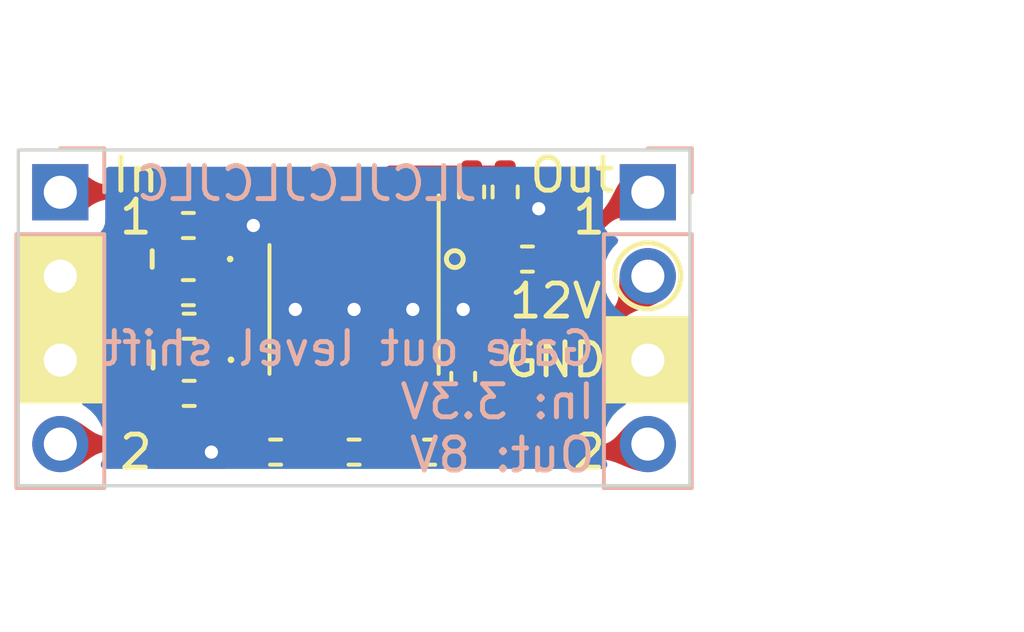
<source format=kicad_pcb>
(kicad_pcb (version 20221018) (generator pcbnew)
  (title_block (title "Gate output level shifter for Eurorack") (date "2022-03-02") (rev "A"))
  (layers (0 "F.Cu" signal) (31 "B.Cu" signal) (34 "B.Paste" user) (35 "F.Paste" user) (36 "B.SilkS" user "B.Silkscreen") (37 "F.SilkS" user "F.Silkscreen") (38 "B.Mask" user) (39 "F.Mask" user) (44 "Edge.Cuts" user))
  (net 0 "")
  (net 1 "+12V")
  (net 2 "GND")
  (net 3 "Net-(D1-Pad1)")
  (net 4 "/in1")
  (net 5 "Net-(D2-Pad1)")
  (net 6 "/in2")
  (net 7 "Net-(R3-Pad2)")
  (net 8 "Net-(R4-Pad2)")
  (net 9 "Net-(R5-Pad2)")
  (net 10 "Net-(R6-Pad2)")
  (net 11 "Net-(R7-Pad2)")
  (net 12 "Net-(R10-Pad1)")
  (net 13 "/out1")
  (net 14 "/out2")
  (footprint "Resistor_SMD:R_0402_1005Metric_Pad0.72x0.64mm_HandSolder" (layer "F.Cu") (at 106.7695 83.566)
    (fp_text reference "R6" hide)
    (fp_text value "10k")
    (fp_line (start -0.167621 -0.38) (end 0.167621 -0.38) (stroke (width 0.12)) (layer "F.SilkS"))
    (fp_line (start -0.167621 0.38) (end 0.167621 0.38) (stroke (width 0.12)) (layer "F.SilkS"))
    (pad "1" smd roundrect (at -0.5975 0) (size 0.715 0.64) (layers "F.Cu" "F.Paste" "F.Mask") (net 6 "/in2"))
    (pad "2" smd roundrect (at 0.5975 0) (size 0.715 0.64) (layers "F.Cu" "F.Paste" "F.Mask") (net 10 "Net-(R6-Pad2)"))
  )
  (footprint "Package_SO:SOIC-8_3.9x4.9mm_P1.27mm" (layer "F.Cu") (at 111.76 81.026 -90)
    (fp_text reference "U1" hide)
    (fp_text value "LM358")
    (fp_line (start 0 -2.56) (end -3.45 -2.56) (stroke (width 0.12)) (layer "F.SilkS"))
    (fp_line (start 0 -2.56) (end 1.95 -2.56) (stroke (width 0.12)) (layer "F.SilkS"))
    (fp_line (start 0 2.56) (end -1.95 2.56) (stroke (width 0.12)) (layer "F.SilkS"))
    (fp_line (start 0 2.56) (end 1.95 2.56) (stroke (width 0.12)) (layer "F.SilkS"))
    (pad "1" smd roundrect (at -2.475 -1.905 270) (size 1.95 0.6) (layers "F.Cu" "F.Paste" "F.Mask") (net 11 "Net-(R7-Pad2)"))
    (pad "2" smd roundrect (at -2.475 -0.635 270) (size 1.95 0.6) (layers "F.Cu" "F.Paste" "F.Mask") (net 7 "Net-(R3-Pad2)"))
    (pad "3" smd roundrect (at -2.475 0.635 270) (size 1.95 0.6) (layers "F.Cu" "F.Paste" "F.Mask") (net 8 "Net-(R4-Pad2)"))
    (pad "4" smd roundrect (at -2.475 1.905 270) (size 1.95 0.6) (layers "F.Cu" "F.Paste" "F.Mask") (net 2 "GND"))
    (pad "5" smd roundrect (at 2.475 1.905 270) (size 1.95 0.6) (layers "F.Cu" "F.Paste" "F.Mask") (net 10 "Net-(R6-Pad2)"))
    (pad "6" smd roundrect (at 2.475 0.635 270) (size 1.95 0.6) (layers "F.Cu" "F.Paste" "F.Mask") (net 9 "Net-(R5-Pad2)"))
    (pad "7" smd roundrect (at 2.475 -0.635 270) (size 1.95 0.6) (layers "F.Cu" "F.Paste" "F.Mask") (net 12 "Net-(R10-Pad1)"))
    (pad "8" smd roundrect (at 2.475 -1.905 270) (size 1.95 0.6) (layers "F.Cu" "F.Paste" "F.Mask") (net 1 "+12V"))
  )
  (footprint "Resistor_SMD:R_0402_1005Metric_Pad0.72x0.64mm_HandSolder" (layer "F.Cu") (at 109.3845 85.344)
    (fp_text reference "R5" hide)
    (fp_text value "39k")
    (fp_line (start -0.167621 -0.38) (end 0.167621 -0.38) (stroke (width 0.12)) (layer "F.SilkS"))
    (fp_line (start -0.167621 0.38) (end 0.167621 0.38) (stroke (width 0.12)) (layer "F.SilkS"))
    (pad "1" smd roundrect (at -0.5975 0) (size 0.715 0.64) (layers "F.Cu" "F.Paste" "F.Mask") (net 2 "GND"))
    (pad "2" smd roundrect (at 0.5975 0) (size 0.715 0.64) (layers "F.Cu" "F.Paste" "F.Mask") (net 9 "Net-(R5-Pad2)"))
  )
  (footprint "Resistor_SMD:R_0402_1005Metric_Pad0.72x0.64mm_HandSolder" (layer "F.Cu") (at 115.316 77.47 -90)
    (fp_text reference "R7" hide)
    (fp_text value "56k")
    (fp_line (start -0.167621 -0.38) (end 0.167621 -0.38) (stroke (width 0.12)) (layer "F.SilkS"))
    (fp_line (start -0.167621 0.38) (end 0.167621 0.38) (stroke (width 0.12)) (layer "F.SilkS"))
    (pad "1" smd roundrect (at -0.5975 0 270) (size 0.715 0.64) (layers "F.Cu" "F.Paste" "F.Mask") (net 7 "Net-(R3-Pad2)"))
    (pad "2" smd roundrect (at 0.5975 0 270) (size 0.715 0.64) (layers "F.Cu" "F.Paste" "F.Mask") (net 11 "Net-(R7-Pad2)"))
  )
  (footprint "LED_SMD:LED_0402_1005Metric_Pad0.77x0.64mm_HandSolder" (layer "F.Cu") (at 106.7445 79.502 180)
    (fp_text reference "D1" hide)
    (fp_text value "LED")
    (fp_circle (center -1.265 0) (end -1.215 0) (stroke (width 0.1)) (fill none) (layer "F.SilkS"))
    (pad "1" smd roundrect (at -0.5725 0 180) (size 0.765 0.64) (layers "F.Cu" "F.Paste" "F.Mask") (net 3 "Net-(D1-Pad1)"))
    (pad "2" smd roundrect (at 0.5725 0 180) (size 0.765 0.64) (layers "F.Cu" "F.Paste" "F.Mask") (net 4 "/in1"))
  )
  (footprint "Resistor_SMD:R_0402_1005Metric_Pad0.72x0.64mm_HandSolder" (layer "F.Cu") (at 111.76 85.344)
    (fp_text reference "R8" hide)
    (fp_text value "56k")
    (fp_line (start -0.167621 -0.38) (end 0.167621 -0.38) (stroke (width 0.12)) (layer "F.SilkS"))
    (fp_line (start -0.167621 0.38) (end 0.167621 0.38) (stroke (width 0.12)) (layer "F.SilkS"))
    (pad "1" smd roundrect (at -0.5975 0) (size 0.715 0.64) (layers "F.Cu" "F.Paste" "F.Mask") (net 9 "Net-(R5-Pad2)"))
    (pad "2" smd roundrect (at 0.5975 0) (size 0.715 0.64) (layers "F.Cu" "F.Paste" "F.Mask") (net 12 "Net-(R10-Pad1)"))
  )
  (footprint "LED_SMD:LED_0402_1005Metric_Pad0.77x0.64mm_HandSolder" (layer "F.Cu") (at 106.7695 82.55 180)
    (fp_text reference "D2" hide)
    (fp_text value "LED")
    (fp_circle (center -1.265 0) (end -1.215 0) (stroke (width 0.1)) (fill none) (layer "F.SilkS"))
    (pad "1" smd roundrect (at -0.5725 0 180) (size 0.765 0.64) (layers "F.Cu" "F.Paste" "F.Mask") (net 5 "Net-(D2-Pad1)"))
    (pad "2" smd roundrect (at 0.5725 0 180) (size 0.765 0.64) (layers "F.Cu" "F.Paste" "F.Mask") (net 6 "/in2"))
  )
  (footprint "Resistor_SMD:R_0402_1005Metric_Pad0.72x0.64mm_HandSolder" (layer "F.Cu") (at 117.0045 79.502)
    (fp_text reference "R9" hide)
    (fp_text value "1k")
    (fp_line (start -0.167621 -0.38) (end 0.167621 -0.38) (stroke (width 0.12)) (layer "F.SilkS"))
    (fp_line (start -0.167621 0.38) (end 0.167621 0.38) (stroke (width 0.12)) (layer "F.SilkS"))
    (pad "1" smd roundrect (at -0.5975 0) (size 0.715 0.64) (layers "F.Cu" "F.Paste" "F.Mask") (net 11 "Net-(R7-Pad2)"))
    (pad "2" smd roundrect (at 0.5975 0) (size 0.715 0.64) (layers "F.Cu" "F.Paste" "F.Mask") (net 13 "/out1"))
  )
  (footprint "Resistor_SMD:R_0402_1005Metric_Pad0.72x0.64mm_HandSolder" (layer "F.Cu") (at 116.332 77.47 90)
    (fp_text reference "R3" hide)
    (fp_text value "39k")
    (fp_line (start -0.167621 -0.38) (end 0.167621 -0.38) (stroke (width 0.12)) (layer "F.SilkS"))
    (fp_line (start -0.167621 0.38) (end 0.167621 0.38) (stroke (width 0.12)) (layer "F.SilkS"))
    (pad "1" smd roundrect (at -0.5975 0 90) (size 0.715 0.64) (layers "F.Cu" "F.Paste" "F.Mask") (net 2 "GND"))
    (pad "2" smd roundrect (at 0.5975 0 90) (size 0.715 0.64) (layers "F.Cu" "F.Paste" "F.Mask") (net 7 "Net-(R3-Pad2)"))
  )
  (footprint "Capacitor_SMD:C_0402_1005Metric_Pad0.74x0.62mm_HandSolder" (layer "F.Cu") (at 115.062 83.058 90)
    (fp_text reference "C1" hide)
    (fp_text value "0.1u")
    (fp_line (start -0.115835 -0.36) (end 0.115835 -0.36) (stroke (width 0.12)) (layer "F.SilkS"))
    (fp_line (start -0.115835 0.36) (end 0.115835 0.36) (stroke (width 0.12)) (layer "F.SilkS"))
    (pad "1" smd roundrect (at -0.5675 0 90) (size 0.735 0.62) (layers "F.Cu" "F.Paste" "F.Mask") (net 1 "+12V"))
    (pad "2" smd roundrect (at 0.5675 0 90) (size 0.735 0.62) (layers "F.Cu" "F.Paste" "F.Mask") (net 2 "GND"))
  )
  (footprint "Resistor_SMD:R_0402_1005Metric_Pad0.72x0.64mm_HandSolder" (layer "F.Cu") (at 106.7445 80.518)
    (fp_text reference "R1" hide)
    (fp_text value "1k")
    (fp_line (start -0.167621 -0.38) (end 0.167621 -0.38) (stroke (width 0.12)) (layer "F.SilkS"))
    (fp_line (start -0.167621 0.38) (end 0.167621 0.38) (stroke (width 0.12)) (layer "F.SilkS"))
    (pad "1" smd roundrect (at -0.5975 0) (size 0.715 0.64) (layers "F.Cu" "F.Paste" "F.Mask") (net 2 "GND"))
    (pad "2" smd roundrect (at 0.5975 0) (size 0.715 0.64) (layers "F.Cu" "F.Paste" "F.Mask") (net 3 "Net-(D1-Pad1)"))
  )
  (footprint "Resistor_SMD:R_0402_1005Metric_Pad0.72x0.64mm_HandSolder" (layer "F.Cu") (at 106.7695 81.534)
    (fp_text reference "R2" hide)
    (fp_text value "1k")
    (fp_line (start -0.167621 -0.38) (end 0.167621 -0.38) (stroke (width 0.12)) (layer "F.SilkS"))
    (fp_line (start -0.167621 0.38) (end 0.167621 0.38) (stroke (width 0.12)) (layer "F.SilkS"))
    (pad "1" smd roundrect (at -0.5975 0) (size 0.715 0.64) (layers "F.Cu" "F.Paste" "F.Mask") (net 2 "GND"))
    (pad "2" smd roundrect (at 0.5975 0) (size 0.715 0.64) (layers "F.Cu" "F.Paste" "F.Mask") (net 5 "Net-(D2-Pad1)"))
  )
  (footprint "Resistor_SMD:R_0402_1005Metric_Pad0.72x0.64mm_HandSolder" (layer "F.Cu") (at 114.046 85.344)
    (fp_text reference "R10" hide)
    (fp_text value "1k")
    (fp_line (start -0.167621 -0.38) (end 0.167621 -0.38) (stroke (width 0.12)) (layer "F.SilkS"))
    (fp_line (start -0.167621 0.38) (end 0.167621 0.38) (stroke (width 0.12)) (layer "F.SilkS"))
    (pad "1" smd roundrect (at -0.5975 0) (size 0.715 0.64) (layers "F.Cu" "F.Paste" "F.Mask") (net 12 "Net-(R10-Pad1)"))
    (pad "2" smd roundrect (at 0.5975 0) (size 0.715 0.64) (layers "F.Cu" "F.Paste" "F.Mask") (net 14 "/out2"))
  )
  (footprint "Resistor_SMD:R_0402_1005Metric_Pad0.72x0.64mm_HandSolder" (layer "F.Cu") (at 106.7445 78.486)
    (fp_text reference "R4" hide)
    (fp_text value "10k")
    (fp_line (start -0.167621 -0.38) (end 0.167621 -0.38) (stroke (width 0.12)) (layer "F.SilkS"))
    (fp_line (start -0.167621 0.38) (end 0.167621 0.38) (stroke (width 0.12)) (layer "F.SilkS"))
    (pad "1" smd roundrect (at -0.5975 0) (size 0.715 0.64) (layers "F.Cu" "F.Paste" "F.Mask") (net 4 "/in1"))
    (pad "2" smd roundrect (at 0.5975 0) (size 0.715 0.64) (layers "F.Cu" "F.Paste" "F.Mask") (net 8 "Net-(R4-Pad2)"))
  )
  (footprint "Connector_PinHeader_2.54mm:PinHeader_1x04_P2.54mm_Vertical" (layer "B.Cu") (at 120.65 77.48 180)
    (fp_text reference "J2" hide)
    (fp_text value "Conn_01x04" hide)
    (fp_line (start -1.33 -8.95) (end 1.33 -8.95) (stroke (width 0.12)) (layer "B.SilkS"))
    (fp_line (start -1.33 -1.27) (end -1.33 -8.95) (stroke (width 0.12)) (layer "B.SilkS"))
    (fp_line (start -1.33 -1.27) (end 1.33 -1.27) (stroke (width 0.12)) (layer "B.SilkS"))
    (fp_line (start -1.33 0) (end -1.33 1.33) (stroke (width 0.12)) (layer "B.SilkS"))
    (fp_line (start -1.33 1.33) (end 0 1.33) (stroke (width 0.12)) (layer "B.SilkS"))
    (fp_line (start 1.33 -1.27) (end 1.33 -8.95) (stroke (width 0.12)) (layer "B.SilkS"))
    (pad "1" thru_hole rect (at 0 0 180) (size 1.7 1.7) (drill 1) (layers "*.Cu" "*.Mask") (net 13 "/out1"))
    (pad "2" thru_hole oval (at 0 -2.54 180) (size 1.7 1.7) (drill 1) (layers "*.Cu" "*.Mask") (net 1 "+12V"))
    (pad "3" thru_hole oval (at 0 -5.08 180) (size 1.7 1.7) (drill 1) (layers "*.Cu" "*.Mask") (net 2 "GND"))
    (pad "4" thru_hole oval (at 0 -7.62 180) (size 1.7 1.7) (drill 1) (layers "*.Cu" "*.Mask") (net 14 "/out2"))
  )
  (footprint "Connector_PinHeader_2.54mm:PinHeader_1x04_P2.54mm_Vertical" (layer "B.Cu") (at 102.87 77.48 180)
    (fp_text reference "J1" hide)
    (fp_text value "Conn_01x04" hide)
    (fp_line (start -1.33 -8.95) (end 1.33 -8.95) (stroke (width 0.12)) (layer "B.SilkS"))
    (fp_line (start -1.33 -1.27) (end -1.33 -8.95) (stroke (width 0.12)) (layer "B.SilkS"))
    (fp_line (start -1.33 -1.27) (end 1.33 -1.27) (stroke (width 0.12)) (layer "B.SilkS"))
    (fp_line (start -1.33 0) (end -1.33 1.33) (stroke (width 0.12)) (layer "B.SilkS"))
    (fp_line (start -1.33 1.33) (end 0 1.33) (stroke (width 0.12)) (layer "B.SilkS"))
    (fp_line (start 1.33 -1.27) (end 1.33 -8.95) (stroke (width 0.12)) (layer "B.SilkS"))
    (pad "1" thru_hole rect (at 0 0 180) (size 1.7 1.7) (drill 1) (layers "*.Cu" "*.Mask") (net 4 "/in1"))
    (pad "2" thru_hole oval (at 0 -2.54 180) (size 1.7 1.7) (drill 1) (layers "*.Cu" "*.Mask") (net 2 "GND"))
    (pad "3" thru_hole oval (at 0 -5.08 180) (size 1.7 1.7) (drill 1) (layers "*.Cu" "*.Mask") (net 2 "GND"))
    (pad "4" thru_hole oval (at 0 -7.62 180) (size 1.7 1.7) (drill 1) (layers "*.Cu" "*.Mask") (net 6 "/in2"))
  )
  (gr_line (start 105.675 82.3) (end 105.675 82.8) (stroke (width 0.15)) (layer "F.SilkS"))
  (gr_line (start 105.65 79.25) (end 105.65 79.75) (stroke (width 0.15)) (layer "F.SilkS"))
  (gr_rect (start 101.6 78.74) (end 104.14 83.82) (stroke (width 0.1)) (fill solid) (layer "F.SilkS"))
  (gr_rect (start 119.38 81.28) (end 121.92 83.82) (stroke (width 0.1)) (fill solid) (layer "F.SilkS"))
  (gr_circle (center 114.808 79.502) (end 115.062 79.502) (stroke (width 0.15)) (fill none) (layer "F.SilkS"))
  (gr_circle (center 120.65 80.01) (end 121.65 80.01) (stroke (width 0.15)) (fill none) (layer "F.SilkS"))
  (gr_rect (start 101.6 76.2) (end 121.92 86.36) (stroke (width 0.1)) (fill none) (layer "Edge.Cuts"))
  (gr_text "JLCJLCJLCJLC" (at 115.57 77.216) (layer "B.SilkS") (effects (font (size 1 1)) (justify left mirror)))
  (gr_text "Gate out level shift\nIn: 3.3V\nOut: 8V\n" (at 119.126 83.82) (layer "B.SilkS") (effects (font (size 1 1)) (justify left mirror)))
  (gr_text "12V" (at 117.856 80.772) (layer "F.SilkS") (effects (font (size 1 1))))
  (gr_text "2" (at 105.156 85.344) (layer "F.SilkS") (effects (font (size 1 1))))
  (gr_text "1" (at 105.156 78.232) (layer "F.SilkS") (effects (font (size 1 1))))
  (gr_text "Out" (at 118.364 76.962) (layer "F.SilkS") (effects (font (size 1 1))))
  (gr_text "2" (at 118.872 85.344) (layer "F.SilkS") (effects (font (size 1 1))))
  (gr_text "GND\n" (at 117.856 82.55) (layer "F.SilkS") (effects (font (size 1 1))))
  (gr_text "In" (at 105.156 76.962) (layer "F.SilkS") (effects (font (size 1 1))))
  (gr_text "1" (at 118.872 78.232) (layer "F.SilkS") (effects (font (size 1 1))))
  (segment (start 115.062 83.6255) (end 117.2885 83.6255) (width 0.4) (layer "F.Cu") (net 1))
  (segment (start 117.2885 83.6255) (end 120.65 80.264) (width 0.4) (layer "F.Cu") (net 1))
  (segment (start 115.062 83.6255) (end 113.7895 83.6255) (width 0.4) (layer "F.Cu") (net 1))
  (segment (start 113.7895 83.6255) (end 113.665 83.501) (width 0.4) (layer "F.Cu") (net 1))
  (segment (start 120.65 80.264) (end 120.65 80.02) (width 0.4) (layer "F.Cu") (net 1))
  (segment (start 107.442 85.344) (end 108.787 85.344) (width 0.4) (layer "F.Cu") (net 2))
  (segment (start 117.348 77.978) (end 116.4215 77.978) (width 0.4) (layer "F.Cu") (net 2))
  (segment (start 116.4215 77.978) (end 116.332 78.0675) (width 0.4) (layer "F.Cu") (net 2))
  (via (at 109.982 81.026) (size 0.8) (drill 0.4) (layers "F.Cu" "B.Cu") (net 2))
  (via (at 108.712 78.486) (size 0.8) (drill 0.4) (layers "F.Cu" "B.Cu") (net 2))
  (via (at 113.538 81.026) (size 0.8) (drill 0.4) (layers "F.Cu" "B.Cu") (net 2))
  (via (at 117.348 77.978) (size 0.8) (drill 0.4) (layers "F.Cu" "B.Cu") (net 2))
  (via (at 107.442 85.344) (size 0.8) (drill 0.4) (layers "F.Cu" "B.Cu") (net 2))
  (via (at 111.76 81.026) (size 0.8) (drill 0.4) (layers "F.Cu" "B.Cu") (net 2))
  (via (at 115.062 81.026) (size 0.8) (drill 0.4) (layers "F.Cu" "B.Cu") (net 2))
  (segment (start 107.317 80.493) (end 107.342 80.518) (width 0.4) (layer "F.Cu") (net 3))
  (segment (start 107.317 79.502) (end 107.317 80.493) (width 0.4) (layer "F.Cu") (net 3))
  (segment (start 106.147 79.477) (end 106.172 79.502) (width 0.4) (layer "F.Cu") (net 4))
  (segment (start 106.147 77.749) (end 105.878 77.48) (width 0.4) (layer "F.Cu") (net 4))
  (segment (start 106.147 78.486) (end 106.147 79.477) (width 0.4) (layer "F.Cu") (net 4))
  (segment (start 106.147 78.486) (end 106.147 77.749) (width 0.4) (layer "F.Cu") (net 4))
  (segment (start 105.878 77.48) (end 102.87 77.48) (width 0.4) (layer "F.Cu") (net 4))
  (segment (start 107.367 81.534) (end 107.367 82.525) (width 0.4) (layer "F.Cu") (net 5))
  (segment (start 107.367 82.525) (end 107.342 82.55) (width 0.4) (layer "F.Cu") (net 5))
  (segment (start 105.146 85.1) (end 102.87 85.1) (width 0.4) (layer "F.Cu") (net 6))
  (segment (start 106.197 83.541) (end 106.172 83.566) (width 0.4) (layer "F.Cu") (net 6))
  (segment (start 106.172 83.566) (end 106.172 84.074) (width 0.4) (layer "F.Cu") (net 6))
  (segment (start 106.172 84.074) (end 105.146 85.1) (width 0.4) (layer "F.Cu") (net 6))
  (segment (start 106.197 82.55) (end 106.197 83.541) (width 0.4) (layer "F.Cu") (net 6))
  (segment (start 112.395 77.343) (end 112.8655 76.8725) (width 0.4) (layer "F.Cu") (net 7))
  (segment (start 116.332 76.8725) (end 115.316 76.8725) (width 0.4) (layer "F.Cu") (net 7))
  (segment (start 112.8655 76.8725) (end 115.316 76.8725) (width 0.4) (layer "F.Cu") (net 7))
  (segment (start 112.395 78.551) (end 112.395 77.343) (width 0.4) (layer "F.Cu") (net 7))
  (segment (start 110.744 76.962) (end 111.125 77.343) (width 0.4) (layer "F.Cu") (net 8))
  (segment (start 107.342 78.486) (end 107.342 77.57) (width 0.4) (layer "F.Cu") (net 8))
  (segment (start 111.125 77.343) (end 111.125 78.551) (width 0.4) (layer "F.Cu") (net 8))
  (segment (start 107.342 77.57) (end 107.95 76.962) (width 0.4) (layer "F.Cu") (net 8))
  (segment (start 107.95 76.962) (end 110.744 76.962) (width 0.4) (layer "F.Cu") (net 8))
  (segment (start 111.125 85.3065) (end 111.1625 85.344) (width 0.4) (layer "F.Cu") (net 9))
  (segment (start 111.1625 85.344) (end 109.982 85.344) (width 0.4) (layer "F.Cu") (net 9))
  (segment (start 111.125 83.501) (end 111.125 85.3065) (width 0.4) (layer "F.Cu") (net 9))
  (segment (start 109.79 83.566) (end 109.855 83.501) (width 0.4) (layer "F.Cu") (net 10))
  (segment (start 107.367 83.566) (end 109.79 83.566) (width 0.4) (layer "F.Cu") (net 10))
  (segment (start 114.235 78.551) (end 114.7185 78.0675) (width 0.4) (layer "F.Cu") (net 11))
  (segment (start 114.7185 78.0675) (end 115.316 78.0675) (width 0.4) (layer "F.Cu") (net 11))
  (segment (start 115.316 78.0675) (end 115.316 79.0835) (width 0.4) (layer "F.Cu") (net 11))
  (segment (start 113.665 78.551) (end 114.235 78.551) (width 0.4) (layer "F.Cu") (net 11))
  (segment (start 115.316 79.0835) (end 115.7345 79.502) (width 0.4) (layer "F.Cu") (net 11))
  (segment (start 115.7345 79.502) (end 116.407 79.502) (width 0.4) (layer "F.Cu") (net 11))
  (segment (start 112.3575 85.344) (end 113.4485 85.344) (width 0.4) (layer "F.Cu") (net 12))
  (segment (start 112.395 85.3065) (end 112.3575 85.344) (width 0.4) (layer "F.Cu") (net 12))
  (segment (start 112.395 83.501) (end 112.395 85.3065) (width 0.4) (layer "F.Cu") (net 12))
  (segment (start 117.602 79.502) (end 118.11 79.502) (width 0.4) (layer "F.Cu") (net 13))
  (segment (start 118.11 79.502) (end 120.132 77.48) (width 0.4) (layer "F.Cu") (net 13))
  (segment (start 120.132 77.48) (end 120.65 77.48) (width 0.4) (layer "F.Cu") (net 13))
  (segment (start 114.6435 85.344) (end 120.406 85.344) (width 0.4) (layer "F.Cu") (net 14))
  (segment (start 120.406 85.344) (end 120.65 85.1) (width 0.4) (layer "F.Cu") (net 14))
  (zone (net 13) (net_name "/out1") (layer "F.Cu") (priority 16962) (connect_pads yes (clearance 0)) (min_thickness 0.0254) (fill yes (thermal_gap 0.508) (thermal_bridge_width 0.508))
    (polygon (pts (xy 119.382468 78.512375) (xy 119.503927 78.40324) (xy 119.617271 78.325793) (xy 119.725231 78.275685) (xy 119.830538 78.248568) (xy 119.935925 78.240095) (xy 120.044122 78.245916) (xy 120.157862 78.261683) (xy 120.279875 78.283049) (xy 120.412893 78.305665) (xy 120.559649 78.325184) (xy 121.050024 77.336455) (xy 120.042885 76.885096) (xy 119.910756 77.030949) (xy 119.808694 77.164946) (xy 119.728575 77.290582) (xy 119.662272 77.411352) (xy 119.601661 77.530752) (xy 119.538618 77.652277) (xy 119.465018 77.779422) (xy 119.372735 77.915683) (xy 119.253646 78.064554) (xy 119.099625 78.229532)))
  )
  (zone (net 6) (net_name "/in2") (layer "F.Cu") (priority 16962) (connect_pads yes (clearance 0)) (min_thickness 0.0254) (fill yes (thermal_gap 0.508) (thermal_bridge_width 0.508))
    (polygon (pts (xy 104.56 84.9) (xy 104.363815 84.891521) (xy 104.20108 84.867344) (xy 104.064604 84.829353) (xy 103.947195 84.779433) (xy 103.841665 84.719471) (xy 103.740821 84.65135) (xy 103.637473 84.576957) (xy 103.524432 84.498178) (xy 103.394506 84.416897) (xy 103.240506 84.335) (xy 102.445 85.1) (xy 103.240506 85.865) (xy 103.394506 85.783102) (xy 103.524432 85.701821) (xy 103.637473 85.623042) (xy 103.740821 85.548649) (xy 103.841665 85.480528) (xy 103.947195 85.420566) (xy 104.064604 85.370646) (xy 104.20108 85.332655) (xy 104.363815 85.308478) (xy 104.56 85.3)))
  )
  (zone (net 4) (net_name "/in1") (layer "F.Cu") (priority 16962) (connect_pads yes (clearance 0)) (min_thickness 0.0254) (fill yes (thermal_gap 0.508) (thermal_bridge_width 0.508))
    (polygon (pts (xy 104.56 77.28) (xy 104.363815 77.271521) (xy 104.20108 77.247344) (xy 104.064604 77.209353) (xy 103.947195 77.159433) (xy 103.841665 77.099471) (xy 103.740821 77.03135) (xy 103.637473 76.956957) (xy 103.524432 76.878178) (xy 103.394506 76.796897) (xy 103.240506 76.715) (xy 102.445 77.48) (xy 103.240506 78.245) (xy 103.394506 78.163102) (xy 103.524432 78.081821) (xy 103.637473 78.003042) (xy 103.740821 77.928649) (xy 103.841665 77.860528) (xy 103.947195 77.800566) (xy 104.064604 77.750646) (xy 104.20108 77.712655) (xy 104.363815 77.688478) (xy 104.56 77.68)))
  )
  (zone (net 14) (net_name "/out2") (layer "F.Cu") (priority 16962) (connect_pads yes (clearance 0)) (min_thickness 0.0254) (fill yes (thermal_gap 0.508) (thermal_bridge_width 0.508))
    (polygon (pts (xy 118.976 85.544) (xy 119.193325 85.552029) (xy 119.374934 85.574303) (xy 119.528909 85.608101) (xy 119.663334 85.6507) (xy 119.78629 85.699379) (xy 119.905861 85.751416) (xy 120.030129 85.804089) (xy 120.167178 85.854678) (xy 120.32509 85.90046) (xy 120.511949 85.938714) (xy 121.057509 84.97933) (xy 120.077536 84.471682) (xy 119.963368 84.582297) (xy 119.865715 84.686655) (xy 119.77872 84.783485) (xy 119.696522 84.871521) (xy 119.613263 84.949493) (xy 119.523085 85.016133) (xy 119.420128 85.070172) (xy 119.298534 85.110341) (xy 119.152444 85.135374) (xy 118.976 85.144)))
  )
  (zone (net 1) (net_name "+12V") (layer "F.Cu") (priority 16962) (connect_pads yes (clearance 0)) (min_thickness 0.0254) (fill yes (thermal_gap 0.508) (thermal_bridge_width 0.508))
    (polygon (pts (xy 119.723691 81.473152) (xy 119.87883 81.329649) (xy 120.019563 81.221493) (xy 120.149718 81.141357) (xy 120.273122 81.081916) (xy 120.393601 81.035844) (xy 120.514984 80.995814) (xy 120.641095 80.954502) (xy 120.775764 80.904581) (xy 120.922816 80.838726) (xy 121.08608 80.749611) (xy 120.883283 79.664749) (xy 119.807176 79.909791) (xy 119.791394 80.072406) (xy 119.785463 80.218164) (xy 119.783949 80.350505) (xy 119.781422 80.472871) (xy 119.772451 80.588704) (xy 119.751605 80.701444) (xy 119.713453 80.814533) (xy 119.652563 80.931413) (xy 119.563505 81.055524) (xy 119.440848 81.190309)))
  )
  (zone (net 2) (net_name "GND") (layers "F&B.Cu") (connect_pads (clearance 0.508)) (min_thickness 0.254) (fill yes (thermal_gap 0.508) (thermal_bridge_width 0.508))
    (polygon (pts (xy 122.682 86.614) (xy 101.346 86.614) (xy 101.346 75.946) (xy 122.682 75.946)))
  )
)
</source>
